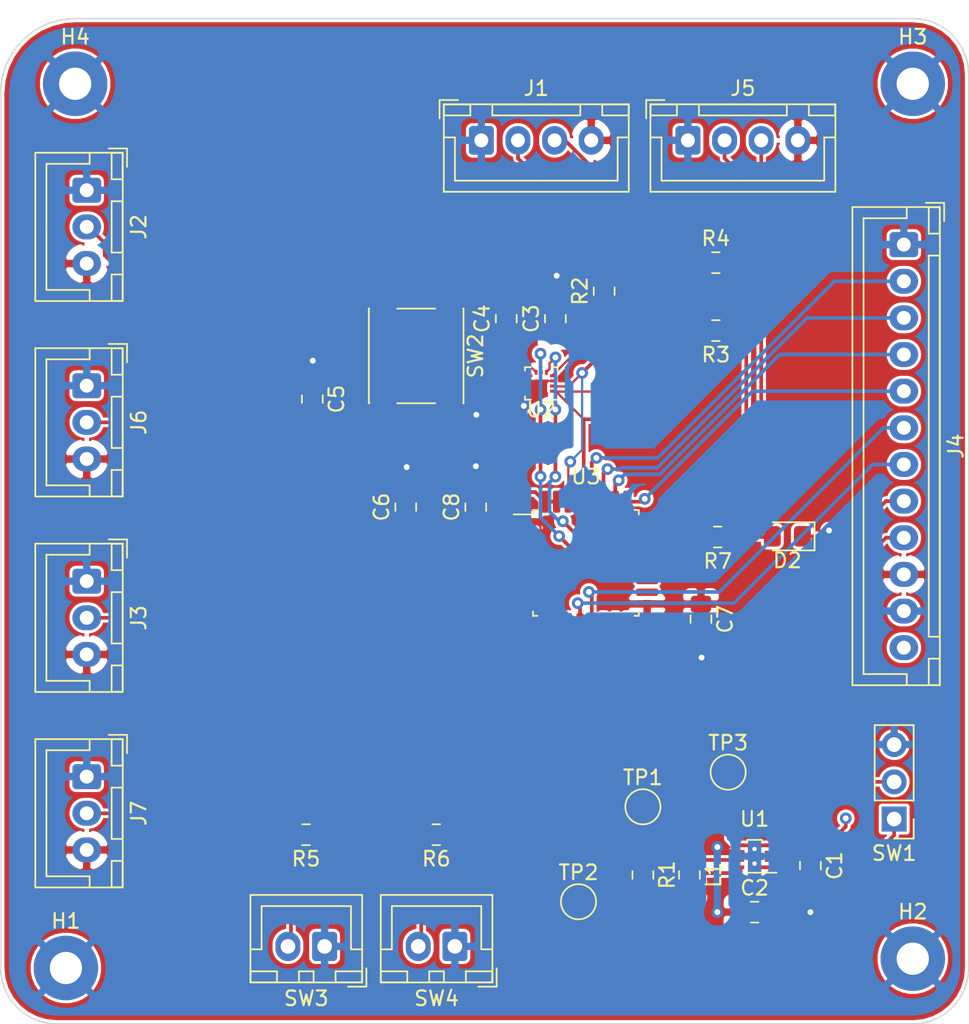
<source format=kicad_pcb>
(kicad_pcb (version 20171130) (host pcbnew "(5.1.5)-3")
  (layers (0 F.Cu signal) (31 B.Cu signal) (34 B.Paste user) (35 F.Paste user) (36 B.SilkS user) (37 F.SilkS user) (38 B.Mask user) (39 F.Mask user) (44 Edge.Cuts user))
  (net 0 "")
  (net 1 GND)
  (net 2 +12V)
  (net 3 VOS)
  (net 4 "Net-(C5-Pad2)")
  (net 5 "Net-(J1-Pad3)")
  (net 6 "Net-(J1-Pad2)")
  (net 7 STOP1)
  (net 8 STOP3)
  (net 9 SPI1_MOSI)
  (net 10 SPI1_MISO)
  (net 11 SPI1_SCK)
  (net 12 "Net-(J4-Pad5)")
  (net 13 NSS4)
  (net 14 NSS3)
  (net 15 NSS2)
  (net 16 NSS1)
  (net 17 SWCLK)
  (net 18 SWDIO)
  (net 19 STOP2)
  (net 20 STOP4)
  (net 21 "Net-(L1-Pad1)")
  (net 22 "Net-(R1-Pad1)")
  (net 23 "Net-(R2-Pad1)")
  (net 24 "Net-(SW1-Pad2)")
  (net 25 INT2)
  (net 26 INT1)
  (net 27 "Net-(U3-Pad2)")
  (net 28 "Net-(U3-Pad3)")
  (net 29 "Net-(U3-Pad18)")
  (net 30 "Net-(U3-Pad19)")
  (net 31 Extend)
  (net 32 Retract)
  (net 33 "Net-(D2-Pad2)")
  (net 34 LED)
  (module Package_SON:WSON-8-1EP_2x2mm_P0.5mm_EP0.9x1.6mm_ThermalVias (layer F.Cu) (at 216.535 102.87 180)
    (fp_text reference U1 (at 0 2.54 180) (layer F.SilkS))
    (fp_text value TPS62172DSG)
    (pad 3 smd rect (at -0.95 0.25 180) (size 0.5 0.25) (layers F.Cu F.Paste F.Mask) (net 24 "Net-(SW1-Pad2)"))
    (pad 7 smd rect (at 0.95 -0.25 180) (size 0.5 0.25) (layers F.Cu F.Paste F.Mask) (net 21 "Net-(L1-Pad1)"))
    (pad 8 smd rect (at 0.95 -0.75 180) (size 0.5 0.25) (layers F.Cu F.Paste F.Mask) (net 22 "Net-(R1-Pad1)"))
    (pad 9 thru_hole circle (at 0 -0.5 180) (size 0.6 0.6) (drill 0.3) (layers *.Cu) (net 1 GND))
    (pad 9 thru_hole circle (at 0 0.5 180) (size 0.6 0.6) (drill 0.3) (layers *.Cu) (net 1 GND))
    (pad 9 smd rect (at 0 0 180) (size 0.9 1.6) (layers F.Cu F.Mask) (net 1 GND))
    (pad 1 smd rect (at -0.95 -0.75 180) (size 0.5 0.25) (layers F.Cu F.Paste F.Mask) (net 1 GND))
    (pad 2 smd rect (at -0.95 -0.25 180) (size 0.5 0.25) (layers F.Cu F.Paste F.Mask) (net 2 +12V))
    (pad 4 smd rect (at -0.95 0.75 180) (size 0.5 0.25) (layers F.Cu F.Paste F.Mask) (net 1 GND))
    (pad 5 smd rect (at 0.95 0.75 180) (size 0.5 0.25) (layers F.Cu F.Paste F.Mask) (net 1 GND))
    (pad 6 smd rect (at 0.95 0.25 180) (size 0.5 0.25) (layers F.Cu F.Paste F.Mask) (net 3 VOS))
    (pad 9 smd rect (at 0 0 180) (size 0.9 1.6) (layers B.Cu) (net 1 GND))
  )
  (module betterLIS:LGA-14_2x2mm_P0.35mm_LayoutBorder3x4y (layer F.Cu) (at 201.9808 70.612 180)
    (fp_text reference U2 (at 0 -1.8) (layer F.SilkS))
    (fp_text value LIS2DHTR)
    (pad 1 smd trapezoid (at -0.7625 -0.525 180) (size 0.325 0.2) (layers F.Cu F.Paste F.Mask) (net 5 "Net-(J1-Pad3)") (clearance 0.1524))
    (pad 2 smd trapezoid (at -0.7625 -0.175 180) (size 0.325 0.2) (layers F.Cu F.Paste F.Mask) (net 6 "Net-(J1-Pad2)") (clearance 0.1524))
    (pad 3 smd trapezoid (at -0.7625 0.175 180) (size 0.325 0.2) (layers F.Cu F.Paste F.Mask) (net 1 GND) (clearance 0.1524))
    (pad 4 smd trapezoid (at -0.7625 0.525 180) (size 0.325 0.2) (layers F.Cu F.Paste F.Mask) (net 23 "Net-(R2-Pad1)") (clearance 0.1524))
    (pad 5 smd trapezoid (at -0.35 0.7625 180) (size 0.2 0.325) (layers F.Cu F.Paste F.Mask) (net 25 INT2) (clearance 0.1524))
    (pad 6 smd trapezoid (at 0 0.7625 180) (size 0.2 0.325) (layers F.Cu F.Paste F.Mask) (net 26 INT1) (clearance 0.1524))
    (pad 7 smd trapezoid (at 0.35 0.7625 180) (size 0.2 0.325) (layers F.Cu F.Paste F.Mask) (net 3 VOS) (clearance 0.1524))
    (pad 8 smd trapezoid (at 0.7625 0.525 180) (size 0.325 0.2) (layers F.Cu F.Paste F.Mask) (net 3 VOS) (clearance 0.1524))
    (pad 9 smd trapezoid (at 0.7625 0.175 180) (size 0.325 0.2) (layers F.Cu F.Paste F.Mask) (net 1 GND) (clearance 0.1524))
    (pad 10 smd trapezoid (at 0.7625 -0.175 180) (size 0.325 0.2) (layers F.Cu F.Paste F.Mask) (net 1 GND) (clearance 0.1524))
    (pad 11 smd trapezoid (at 0.7625 -0.525 180) (size 0.325 0.2) (layers F.Cu F.Paste F.Mask) (net 1 GND) (clearance 0.1524))
    (pad 12 smd trapezoid (at 0.35 -0.7625 180) (size 0.2 0.325) (layers F.Cu F.Paste F.Mask) (net 1 GND) (clearance 0.1524))
    (pad 13 smd trapezoid (at 0 -0.7625 180) (size 0.2 0.325) (layers F.Cu F.Paste F.Mask) (net 1 GND) (clearance 0.1524))
    (pad 14 smd trapezoid (at -0.35 -0.7625 180) (size 0.2 0.325) (layers F.Cu F.Paste F.Mask) (net 1 GND) (clearance 0.1524))
  )
  (module Resistor_SMD:R_0805_2012Metric_Pad1.15x1.40mm_HandSolder (layer F.Cu) (at 213.8934 67.0052 180)
    (fp_text reference R3 (at 0 -1.65) (layer F.SilkS))
    (fp_text value 10k)
    (pad 1 smd roundrect (at -1.025 0 180) (size 1.15 1.4) (layers F.Cu F.Paste F.Mask) (roundrect_rratio 0.217391) (net 3 VOS))
    (pad 2 smd roundrect (at 1.025 0 180) (size 1.15 1.4) (layers F.Cu F.Paste F.Mask) (roundrect_rratio 0.217391) (net 5 "Net-(J1-Pad3)"))
  )
  (module Connector_JST:JST_XH_B2B-XH-A_1x02_P2.50mm_Vertical (layer F.Cu) (at 196.088 109.0168 180)
    (fp_text reference SW4 (at 1.25 -3.55) (layer F.SilkS))
    (fp_text value SW_Push)
    (pad 2 thru_hole oval (at 2.5 0 180) (size 1.7 2) (drill 1) (layers *.Cu *.Mask) (net 32 Retract))
    (pad 1 thru_hole roundrect (at 0 0 180) (size 1.7 2) (drill 1) (layers *.Cu *.Mask) (roundrect_rratio 0.147059) (net 1 GND))
  )
  (module Connector_JST:JST_XH_B2B-XH-A_1x02_P2.50mm_Vertical (layer F.Cu) (at 187.198 109.0168 180)
    (fp_text reference SW3 (at 1.25 -3.55) (layer F.SilkS))
    (fp_text value SW_Push)
    (pad 2 thru_hole oval (at 2.5 0 180) (size 1.7 2) (drill 1) (layers *.Cu *.Mask) (net 31 Extend))
    (pad 1 thru_hole roundrect (at 0 0 180) (size 1.7 2) (drill 1) (layers *.Cu *.Mask) (roundrect_rratio 0.147059) (net 1 GND))
  )
  (module Resistor_SMD:R_0805_2012Metric_Pad1.15x1.40mm_HandSolder (layer F.Cu) (at 194.818 101.3968 180)
    (fp_text reference R6 (at 0 -1.65) (layer F.SilkS))
    (fp_text value 10k)
    (pad 2 smd roundrect (at 1.025 0 180) (size 1.15 1.4) (layers F.Cu F.Paste F.Mask) (roundrect_rratio 0.217391) (net 32 Retract))
    (pad 1 smd roundrect (at -1.025 0 180) (size 1.15 1.4) (layers F.Cu F.Paste F.Mask) (roundrect_rratio 0.217391) (net 3 VOS))
  )
  (module Resistor_SMD:R_0805_2012Metric_Pad1.15x1.40mm_HandSolder (layer F.Cu) (at 185.928 101.3968 180)
    (fp_text reference R5 (at 0 -1.65) (layer F.SilkS))
    (fp_text value 10k)
    (pad 2 smd roundrect (at 1.025 0 180) (size 1.15 1.4) (layers F.Cu F.Paste F.Mask) (roundrect_rratio 0.217391) (net 31 Extend))
    (pad 1 smd roundrect (at -1.025 0 180) (size 1.15 1.4) (layers F.Cu F.Paste F.Mask) (roundrect_rratio 0.217391) (net 3 VOS))
  )
  (module Capacitor_SMD:C_0805_2012Metric_Pad1.15x1.40mm_HandSolder (layer F.Cu) (at 220.345 103.505 270)
    (fp_text reference C1 (at 0 -1.65 90) (layer F.SilkS))
    (fp_text value 10µ)
    (pad 2 smd roundrect (at 1.025 0 270) (size 1.15 1.4) (layers F.Cu F.Paste F.Mask) (roundrect_rratio 0.217391) (net 1 GND))
    (pad 1 smd roundrect (at -1.025 0 270) (size 1.15 1.4) (layers F.Cu F.Paste F.Mask) (roundrect_rratio 0.217391) (net 2 +12V))
  )
  (module Capacitor_SMD:C_0805_2012Metric_Pad1.15x1.40mm_HandSolder (layer F.Cu) (at 216.535 106.68)
    (fp_text reference C2 (at 0 -1.65) (layer F.SilkS))
    (fp_text value 22µf)
    (pad 1 smd roundrect (at -1.025 0) (size 1.15 1.4) (layers F.Cu F.Paste F.Mask) (roundrect_rratio 0.217391) (net 3 VOS))
    (pad 2 smd roundrect (at 1.025 0) (size 1.15 1.4) (layers F.Cu F.Paste F.Mask) (roundrect_rratio 0.217391) (net 1 GND))
  )
  (module Capacitor_SMD:C_0805_2012Metric_Pad1.15x1.40mm_HandSolder (layer F.Cu) (at 202.946 66.1924 90)
    (fp_text reference C3 (at 0 -1.65 90) (layer F.SilkS))
    (fp_text value 10µ)
    (pad 2 smd roundrect (at 1.025 0 90) (size 1.15 1.4) (layers F.Cu F.Paste F.Mask) (roundrect_rratio 0.217391) (net 1 GND))
    (pad 1 smd roundrect (at -1.025 0 90) (size 1.15 1.4) (layers F.Cu F.Paste F.Mask) (roundrect_rratio 0.217391) (net 3 VOS))
  )
  (module Capacitor_SMD:C_0805_2012Metric_Pad1.15x1.40mm_HandSolder (layer F.Cu) (at 199.5932 66.1924 90)
    (fp_text reference C4 (at 0 -1.65 90) (layer F.SilkS))
    (fp_text value 100n)
    (pad 2 smd roundrect (at 1.025 0 90) (size 1.15 1.4) (layers F.Cu F.Paste F.Mask) (roundrect_rratio 0.217391) (net 1 GND))
    (pad 1 smd roundrect (at -1.025 0 90) (size 1.15 1.4) (layers F.Cu F.Paste F.Mask) (roundrect_rratio 0.217391) (net 3 VOS))
  )
  (module Capacitor_SMD:C_0805_2012Metric_Pad1.15x1.40mm_HandSolder (layer F.Cu) (at 186.3598 71.6788 270)
    (fp_text reference C5 (at 0 -1.65 90) (layer F.SilkS))
    (fp_text value 100nF)
    (pad 2 smd roundrect (at 1.025 0 270) (size 1.15 1.4) (layers F.Cu F.Paste F.Mask) (roundrect_rratio 0.217391) (net 4 "Net-(C5-Pad2)"))
    (pad 1 smd roundrect (at -1.025 0 270) (size 1.15 1.4) (layers F.Cu F.Paste F.Mask) (roundrect_rratio 0.217391) (net 1 GND))
  )
  (module Capacitor_SMD:C_0805_2012Metric_Pad1.15x1.40mm_HandSolder (layer F.Cu) (at 192.7352 79.0448 90)
    (fp_text reference C6 (at 0 -1.65 90) (layer F.SilkS))
    (fp_text value 4.7µ)
    (pad 1 smd roundrect (at -1.025 0 90) (size 1.15 1.4) (layers F.Cu F.Paste F.Mask) (roundrect_rratio 0.217391) (net 3 VOS))
    (pad 2 smd roundrect (at 1.025 0 90) (size 1.15 1.4) (layers F.Cu F.Paste F.Mask) (roundrect_rratio 0.217391) (net 1 GND))
  )
  (module Capacitor_SMD:C_0805_2012Metric_Pad1.15x1.40mm_HandSolder (layer F.Cu) (at 212.8774 86.6902 270)
    (fp_text reference C7 (at 0 -1.65 90) (layer F.SilkS))
    (fp_text value 100n)
    (pad 2 smd roundrect (at 1.025 0 270) (size 1.15 1.4) (layers F.Cu F.Paste F.Mask) (roundrect_rratio 0.217391) (net 1 GND))
    (pad 1 smd roundrect (at -1.025 0 270) (size 1.15 1.4) (layers F.Cu F.Paste F.Mask) (roundrect_rratio 0.217391) (net 3 VOS))
  )
  (module Capacitor_SMD:C_0805_2012Metric_Pad1.15x1.40mm_HandSolder (layer F.Cu) (at 197.5104 79.0448 90)
    (fp_text reference C8 (at 0 -1.65 90) (layer F.SilkS))
    (fp_text value 100n)
    (pad 1 smd roundrect (at -1.025 0 90) (size 1.15 1.4) (layers F.Cu F.Paste F.Mask) (roundrect_rratio 0.217391) (net 3 VOS))
    (pad 2 smd roundrect (at 1.025 0 90) (size 1.15 1.4) (layers F.Cu F.Paste F.Mask) (roundrect_rratio 0.217391) (net 1 GND))
  )
  (module Connector_JST:JST_XH_B4B-XH-A_1x04_P2.50mm_Vertical (layer F.Cu) (at 197.8914 54.0258)
    (fp_text reference J1 (at 3.75 -3.55) (layer F.SilkS))
    (fp_text value Conn_01x04_Male)
    (pad 4 thru_hole oval (at 7.5 0) (size 1.7 1.95) (drill 0.95) (layers *.Cu *.Mask) (net 3 VOS))
    (pad 3 thru_hole oval (at 5 0) (size 1.7 1.95) (drill 0.95) (layers *.Cu *.Mask) (net 5 "Net-(J1-Pad3)"))
    (pad 2 thru_hole oval (at 2.5 0) (size 1.7 1.95) (drill 0.95) (layers *.Cu *.Mask) (net 6 "Net-(J1-Pad2)"))
    (pad 1 thru_hole roundrect (at 0 0) (size 1.7 1.95) (drill 0.95) (layers *.Cu *.Mask) (roundrect_rratio 0.147059) (net 1 GND))
  )
  (module Connector_JST:JST_XH_B3B-XH-A_1x03_P2.50mm_Vertical (layer F.Cu) (at 170.9674 57.4294 270)
    (fp_text reference J2 (at 2.5 -3.55 90) (layer F.SilkS))
    (fp_text value Conn_01x03_Male)
    (pad 1 thru_hole roundrect (at 0 0 270) (size 1.7 1.95) (drill 0.95) (layers *.Cu *.Mask) (roundrect_rratio 0.147059) (net 1 GND))
    (pad 2 thru_hole oval (at 2.5 0 270) (size 1.7 1.95) (drill 0.95) (layers *.Cu *.Mask) (net 7 STOP1))
    (pad 3 thru_hole oval (at 5 0 270) (size 1.7 1.95) (drill 0.95) (layers *.Cu *.Mask) (net 3 VOS))
  )
  (module Connector_JST:JST_XH_B3B-XH-A_1x03_P2.50mm_Vertical (layer F.Cu) (at 170.9674 84.0994 270)
    (fp_text reference J3 (at 2.5 -3.55 90) (layer F.SilkS))
    (fp_text value Conn_01x03_Male)
    (pad 3 thru_hole oval (at 5 0 270) (size 1.7 1.95) (drill 0.95) (layers *.Cu *.Mask) (net 3 VOS))
    (pad 2 thru_hole oval (at 2.5 0 270) (size 1.7 1.95) (drill 0.95) (layers *.Cu *.Mask) (net 8 STOP3))
    (pad 1 thru_hole roundrect (at 0 0 270) (size 1.7 1.95) (drill 0.95) (layers *.Cu *.Mask) (roundrect_rratio 0.147059) (net 1 GND))
  )
  (module Connector_JST:JST_XH_B12B-XH-A_1x12_P2.50mm_Vertical (layer F.Cu) (at 226.7204 61.1378 270)
    (fp_text reference J4 (at 13.75 -3.55 90) (layer F.SilkS))
    (fp_text value Conn_01x12_Male)
    (pad 1 thru_hole roundrect (at 0 0 270) (size 1.7 1.95) (drill 0.95) (layers *.Cu *.Mask) (roundrect_rratio 0.147059) (net 1 GND))
    (pad 2 thru_hole oval (at 2.5 0 270) (size 1.7 1.95) (drill 0.95) (layers *.Cu *.Mask) (net 9 SPI1_MOSI))
    (pad 3 thru_hole oval (at 5 0 270) (size 1.7 1.95) (drill 0.95) (layers *.Cu *.Mask) (net 10 SPI1_MISO))
    (pad 4 thru_hole oval (at 7.5 0 270) (size 1.7 1.95) (drill 0.95) (layers *.Cu *.Mask) (net 11 SPI1_SCK))
    (pad 5 thru_hole oval (at 10 0 270) (size 1.7 1.95) (drill 0.95) (layers *.Cu *.Mask) (net 12 "Net-(J4-Pad5)"))
    (pad 6 thru_hole oval (at 12.5 0 270) (size 1.7 1.95) (drill 0.95) (layers *.Cu *.Mask) (net 13 NSS4))
    (pad 7 thru_hole oval (at 15 0 270) (size 1.7 1.95) (drill 0.95) (layers *.Cu *.Mask) (net 14 NSS3))
    (pad 8 thru_hole oval (at 17.5 0 270) (size 1.7 1.95) (drill 0.95) (layers *.Cu *.Mask) (net 15 NSS2))
    (pad 9 thru_hole oval (at 20 0 270) (size 1.7 1.95) (drill 0.95) (layers *.Cu *.Mask) (net 16 NSS1))
    (pad 10 thru_hole oval (at 22.5 0 270) (size 1.7 1.95) (drill 0.95) (layers *.Cu *.Mask) (net 3 VOS))
    (pad 11 thru_hole oval (at 25 0 270) (size 1.7 1.95) (drill 0.95) (layers *.Cu *.Mask) (net 1 GND))
    (pad 12 thru_hole oval (at 27.5 0 270) (size 1.7 1.95) (drill 0.95) (layers *.Cu *.Mask) (net 2 +12V))
  )
  (module Connector_JST:JST_XH_B4B-XH-A_1x04_P2.50mm_Vertical (layer F.Cu) (at 211.9884 54.0258)
    (fp_text reference J5 (at 3.75 -3.55) (layer F.SilkS))
    (fp_text value Conn_01x04_Male)
    (pad 1 thru_hole roundrect (at 0 0) (size 1.7 1.95) (drill 0.95) (layers *.Cu *.Mask) (roundrect_rratio 0.147059) (net 1 GND))
    (pad 2 thru_hole oval (at 2.5 0) (size 1.7 1.95) (drill 0.95) (layers *.Cu *.Mask) (net 17 SWCLK))
    (pad 3 thru_hole oval (at 5 0) (size 1.7 1.95) (drill 0.95) (layers *.Cu *.Mask) (net 18 SWDIO))
    (pad 4 thru_hole oval (at 7.5 0) (size 1.7 1.95) (drill 0.95) (layers *.Cu *.Mask) (net 3 VOS))
  )
  (module Connector_JST:JST_XH_B3B-XH-A_1x03_P2.50mm_Vertical (layer F.Cu) (at 170.9674 70.7644 270)
    (fp_text reference J6 (at 2.5 -3.55 90) (layer F.SilkS))
    (fp_text value Conn_01x03_Male)
    (pad 1 thru_hole roundrect (at 0 0 270) (size 1.7 1.95) (drill 0.95) (layers *.Cu *.Mask) (roundrect_rratio 0.147059) (net 1 GND))
    (pad 2 thru_hole oval (at 2.5 0 270) (size 1.7 1.95) (drill 0.95) (layers *.Cu *.Mask) (net 19 STOP2))
    (pad 3 thru_hole oval (at 5 0 270) (size 1.7 1.95) (drill 0.95) (layers *.Cu *.Mask) (net 3 VOS))
  )
  (module Connector_JST:JST_XH_B3B-XH-A_1x03_P2.50mm_Vertical (layer F.Cu) (at 170.9674 97.4344 270)
    (fp_text reference J7 (at 2.5 -3.55 90) (layer F.SilkS))
    (fp_text value Conn_01x03_Male)
    (pad 3 thru_hole oval (at 5 0 270) (size 1.7 1.95) (drill 0.95) (layers *.Cu *.Mask) (net 3 VOS))
    (pad 2 thru_hole oval (at 2.5 0 270) (size 1.7 1.95) (drill 0.95) (layers *.Cu *.Mask) (net 20 STOP4))
    (pad 1 thru_hole roundrect (at 0 0 270) (size 1.7 1.95) (drill 0.95) (layers *.Cu *.Mask) (roundrect_rratio 0.147059) (net 1 GND))
  )
  (module Inductor_SMD:L_0805_2012Metric_Pad1.15x1.40mm_HandSolder (layer F.Cu) (at 212.09 104.14 270)
    (fp_text reference L1 (at 0 -1.65 90) (layer F.SilkS))
    (fp_text value 2.2µH)
    (pad 1 smd roundrect (at -1.025 0 270) (size 1.15 1.4) (layers F.Cu F.Paste F.Mask) (roundrect_rratio 0.217391) (net 21 "Net-(L1-Pad1)"))
    (pad 2 smd roundrect (at 1.025 0 270) (size 1.15 1.4) (layers F.Cu F.Paste F.Mask) (roundrect_rratio 0.217391) (net 3 VOS))
  )
  (module Resistor_SMD:R_0805_2012Metric_Pad1.15x1.40mm_HandSolder (layer F.Cu) (at 208.915 104.14 270)
    (fp_text reference R1 (at 0 -1.65 90) (layer F.SilkS))
    (fp_text value 100k)
    (pad 2 smd roundrect (at 1.025 0 270) (size 1.15 1.4) (layers F.Cu F.Paste F.Mask) (roundrect_rratio 0.217391) (net 3 VOS))
    (pad 1 smd roundrect (at -1.025 0 270) (size 1.15 1.4) (layers F.Cu F.Paste F.Mask) (roundrect_rratio 0.217391) (net 22 "Net-(R1-Pad1)"))
  )
  (module Resistor_SMD:R_0805_2012Metric_Pad1.15x1.40mm_HandSolder (layer F.Cu) (at 206.2734 64.3128 90)
    (fp_text reference R2 (at 0 -1.65 90) (layer F.SilkS))
    (fp_text value 10k)
    (pad 2 smd roundrect (at 1.025 0 90) (size 1.15 1.4) (layers F.Cu F.Paste F.Mask) (roundrect_rratio 0.217391) (net 3 VOS))
    (pad 1 smd roundrect (at -1.025 0 90) (size 1.15 1.4) (layers F.Cu F.Paste F.Mask) (roundrect_rratio 0.217391) (net 23 "Net-(R2-Pad1)"))
  )
  (module Resistor_SMD:R_0805_2012Metric_Pad1.15x1.40mm_HandSolder (layer F.Cu) (at 213.889601 62.372001)
    (fp_text reference R4 (at 0 -1.65) (layer F.SilkS))
    (fp_text value 10k)
    (pad 1 smd roundrect (at -1.025 0) (size 1.15 1.4) (layers F.Cu F.Paste F.Mask) (roundrect_rratio 0.217391) (net 6 "Net-(J1-Pad2)"))
    (pad 2 smd roundrect (at 1.025 0) (size 1.15 1.4) (layers F.Cu F.Paste F.Mask) (roundrect_rratio 0.217391) (net 3 VOS))
  )
  (module Connector_PinHeader_2.54mm:PinHeader_1x03_P2.54mm_Vertical (layer F.Cu) (at 226.06 100.33 180)
    (fp_text reference SW1 (at 0 -2.33) (layer F.SilkS))
    (fp_text value SW_SPDT)
    (pad 1 thru_hole rect (at 0 0 180) (size 1.7 1.7) (drill 1) (layers *.Cu *.Mask) (net 2 +12V))
    (pad 2 thru_hole oval (at 0 2.54 180) (size 1.7 1.7) (drill 1) (layers *.Cu *.Mask) (net 24 "Net-(SW1-Pad2)"))
    (pad 3 thru_hole oval (at 0 5.08 180) (size 1.7 1.7) (drill 1) (layers *.Cu *.Mask) (net 1 GND))
  )
  (module Button_Switch_SMD:SW_SPST_PTS645 (layer F.Cu) (at 193.4464 68.7324 270)
    (fp_text reference SW2 (at 0 -4.05 90) (layer F.SilkS))
    (fp_text value SW_Push)
    (pad 2 smd rect (at -3.98 2.25 270) (size 1.55 1.3) (layers F.Cu F.Paste F.Mask) (net 4 "Net-(C5-Pad2)"))
    (pad 1 smd rect (at -3.98 -2.25 270) (size 1.55 1.3) (layers F.Cu F.Paste F.Mask) (net 1 GND))
    (pad 1 smd rect (at 3.98 -2.25 270) (size 1.55 1.3) (layers F.Cu F.Paste F.Mask) (net 1 GND))
    (pad 2 smd rect (at 3.98 2.25 270) (size 1.55 1.3) (layers F.Cu F.Paste F.Mask) (net 4 "Net-(C5-Pad2)"))
  )
  (module TestPoint:TestPoint_Pad_D2.0mm (layer F.Cu) (at 208.915 99.4918)
    (fp_text reference TP1 (at 0 -1.998) (layer F.SilkS))
    (fp_text value TestPoint)
    (pad 1 smd circle (at 0 0) (size 2 2) (layers F.Cu F.Mask) (net 22 "Net-(R1-Pad1)"))
  )
  (module TestPoint:TestPoint_Pad_D2.0mm (layer F.Cu) (at 204.5208 105.9688)
    (fp_text reference TP2 (at 0 -1.998) (layer F.SilkS))
    (fp_text value TestPoint)
    (pad 1 smd circle (at 0 0) (size 2 2) (layers F.Cu F.Mask) (net 3 VOS))
  )
  (module TestPoint:TestPoint_Pad_D2.0mm (layer F.Cu) (at 214.7316 97.1296)
    (fp_text reference TP3 (at 0 -1.998) (layer F.SilkS))
    (fp_text value TestPoint)
    (pad 1 smd circle (at 0 0) (size 2 2) (layers F.Cu F.Mask) (net 1 GND))
  )
  (module Package_QFP:LQFP-32_7x7mm_P0.8mm (layer F.Cu) (at 205.0288 82.8548)
    (fp_text reference U3 (at 0 -5.88) (layer F.SilkS))
    (fp_text value STM32F030K6Tx)
    (pad 1 smd roundrect (at -4.175 -2.8) (size 1.5 0.5) (layers F.Cu F.Paste F.Mask) (net 3 VOS))
    (pad 2 smd roundrect (at -4.175 -2) (size 1.5 0.5) (layers F.Cu F.Paste F.Mask) (net 27 "Net-(U3-Pad2)"))
    (pad 3 smd roundrect (at -4.175 -1.2) (size 1.5 0.5) (layers F.Cu F.Paste F.Mask) (net 28 "Net-(U3-Pad3)"))
    (pad 4 smd roundrect (at -4.175 -0.4) (size 1.5 0.5) (layers F.Cu F.Paste F.Mask) (net 4 "Net-(C5-Pad2)"))
    (pad 5 smd roundrect (at -4.175 0.4) (size 1.5 0.5) (layers F.Cu F.Paste F.Mask) (net 3 VOS))
    (pad 6 smd roundrect (at -4.175 1.2) (size 1.5 0.5) (layers F.Cu F.Paste F.Mask) (net 7 STOP1))
    (pad 7 smd roundrect (at -4.175 2) (size 1.5 0.5) (layers F.Cu F.Paste F.Mask) (net 19 STOP2))
    (pad 8 smd roundrect (at -4.175 2.8) (size 1.5 0.5) (layers F.Cu F.Paste F.Mask) (net 8 STOP3))
    (pad 9 smd roundrect (at -2.8 4.175) (size 0.5 1.5) (layers F.Cu F.Paste F.Mask) (net 20 STOP4))
    (pad 10 smd roundrect (at -2 4.175) (size 0.5 1.5) (layers F.Cu F.Paste F.Mask) (net 31 Extend))
    (pad 11 smd roundrect (at -1.2 4.175) (size 0.5 1.5) (layers F.Cu F.Paste F.Mask) (net 32 Retract))
    (pad 12 smd roundrect (at -0.4 4.175) (size 0.5 1.5) (layers F.Cu F.Paste F.Mask) (net 14 NSS3))
    (pad 13 smd roundrect (at 0.4 4.175) (size 0.5 1.5) (layers F.Cu F.Paste F.Mask) (net 13 NSS4))
    (pad 14 smd roundrect (at 1.2 4.175) (size 0.5 1.5) (layers F.Cu F.Paste F.Mask) (net 16 NSS1))
    (pad 15 smd roundrect (at 2 4.175) (size 0.5 1.5) (layers F.Cu F.Paste F.Mask) (net 15 NSS2))
    (pad 16 smd roundrect (at 2.8 4.175) (size 0.5 1.5) (layers F.Cu F.Paste F.Mask) (net 1 GND))
    (pad 17 smd roundrect (at 4.175 2.8) (size 1.5 0.5) (layers F.Cu F.Paste F.Mask) (net 3 VOS))
    (pad 18 smd roundrect (at 4.175 2) (size 1.5 0.5) (layers F.Cu F.Paste F.Mask) (net 29 "Net-(U3-Pad18)"))
    (pad 19 smd roundrect (at 4.175 1.2) (size 1.5 0.5) (layers F.Cu F.Paste F.Mask) (net 30 "Net-(U3-Pad19)"))
    (pad 20 smd roundrect (at 4.175 0.4) (size 1.5 0.5) (layers F.Cu F.Paste F.Mask) (net 34 LED))
    (pad 21 smd roundrect (at 4.175 -0.4) (size 1.5 0.5) (layers F.Cu F.Paste F.Mask) (net 26 INT1))
    (pad 22 smd roundrect (at 4.175 -1.2) (size 1.5 0.5) (layers F.Cu F.Paste F.Mask) (net 25 INT2))
    (pad 23 smd roundrect (at 4.175 -2) (size 1.5 0.5) (layers F.Cu F.Paste F.Mask) (net 18 SWDIO))
    (pad 24 smd roundrect (at 4.175 -2.8) (size 1.5 0.5) (layers F.Cu F.Paste F.Mask) (net 17 SWCLK))
    (pad 25 smd roundrect (at 2.8 -4.175) (size 0.5 1.5) (layers F.Cu F.Paste F.Mask) (net 12 "Net-(J4-Pad5)"))
    (pad 26 smd roundrect (at 2 -4.175) (size 0.5 1.5) (layers F.Cu F.Paste F.Mask) (net 11 SPI1_SCK))
    (pad 27 smd roundrect (at 1.2 -4.175) (size 0.5 1.5) (layers F.Cu F.Paste F.Mask) (net 10 SPI1_MISO))
    (pad 28 smd roundrect (at 0.4 -4.175) (size 0.5 1.5) (layers F.Cu F.Paste F.Mask) (net 9 SPI1_MOSI))
    (pad 29 smd roundrect (at -0.4 -4.175) (size 0.5 1.5) (layers F.Cu F.Paste F.Mask) (net 5 "Net-(J1-Pad3)"))
    (pad 30 smd roundrect (at -1.2 -4.175) (size 0.5 1.5) (layers F.Cu F.Paste F.Mask) (net 6 "Net-(J1-Pad2)"))
    (pad 31 smd roundrect (at -2 -4.175) (size 0.5 1.5) (layers F.Cu F.Paste F.Mask) (net 1 GND))
    (pad 32 smd roundrect (at -2.8 -4.175) (size 0.5 1.5) (layers F.Cu F.Paste F.Mask) (net 1 GND))
  )
  (module LED_SMD:LED_0805_2012Metric_Pad1.15x1.40mm_HandSolder (layer F.Cu) (at 218.769999 81.039999 180)
    (fp_text reference D2 (at 0 -1.65) (layer F.SilkS))
    (fp_text value LED)
    (pad 1 smd roundrect (at -1.025 0 180) (size 1.15 1.4) (layers F.Cu F.Paste F.Mask) (roundrect_rratio 0.217391) (net 1 GND))
    (pad 2 smd roundrect (at 1.025 0 180) (size 1.15 1.4) (layers F.Cu F.Paste F.Mask) (roundrect_rratio 0.217391) (net 33 "Net-(D2-Pad2)"))
  )
  (module MountingHole:MountingHole_2.2mm_M2_Pad (layer F.Cu) (at 169.545 110.49)
    (fp_text reference H1 (at 0 -3.2) (layer F.SilkS))
    (fp_text value MountingHole_Pad)
    (pad 1 thru_hole circle (at 0 0) (size 4.4 4.4) (drill 2.2) (layers *.Cu *.Mask) (net 1 GND))
  )
  (module MountingHole:MountingHole_2.2mm_M2_Pad (layer F.Cu) (at 227.33 109.855)
    (fp_text reference H2 (at 0 -3.2) (layer F.SilkS))
    (fp_text value MountingHole_Pad)
    (pad 1 thru_hole circle (at 0 0) (size 4.4 4.4) (drill 2.2) (layers *.Cu *.Mask) (net 1 GND))
  )
  (module MountingHole:MountingHole_2.2mm_M2_Pad (layer F.Cu) (at 227.33 50.165)
    (fp_text reference H3 (at 0 -3.2) (layer F.SilkS))
    (fp_text value MountingHole_Pad)
    (pad 1 thru_hole circle (at 0 0) (size 4.4 4.4) (drill 2.2) (layers *.Cu *.Mask) (net 1 GND))
  )
  (module MountingHole:MountingHole_2.2mm_M2_Pad (layer F.Cu) (at 170.18 50.165)
    (fp_text reference H4 (at 0 -3.2) (layer F.SilkS))
    (fp_text value MountingHole_Pad)
    (pad 1 thru_hole circle (at 0 0) (size 4.4 4.4) (drill 2.2) (layers *.Cu *.Mask) (net 1 GND))
  )
  (module Resistor_SMD:R_0805_2012Metric_Pad1.15x1.40mm_HandSolder (layer F.Cu) (at 214.024999 81.084999 180)
    (fp_text reference R7 (at 0 -1.65) (layer F.SilkS))
    (fp_text value R_Small)
    (pad 1 smd roundrect (at -1.025 0 180) (size 1.15 1.4) (layers F.Cu F.Paste F.Mask) (roundrect_rratio 0.217391) (net 33 "Net-(D2-Pad2)"))
    (pad 2 smd roundrect (at 1.025 0 180) (size 1.15 1.4) (layers F.Cu F.Paste F.Mask) (roundrect_rratio 0.217391) (net 34 LED))
  )
  (gr_line (start 165.1 50.8) (end 165.1 110.49) (layer Edge.Cuts) (width 0.1))
  (gr_line (start 231.14 110.49) (end 231.14 49.53) (layer Edge.Cuts) (width 0.1))
  (gr_arc (start 227.33 110.49) (end 227.33 114.3) (angle -90) (layer Edge.Cuts) (width 0.1))
  (gr_arc (start 168.91 110.49) (end 165.1 110.49) (angle -90) (layer Edge.Cuts) (width 0.1))
  (gr_arc (start 227.33 49.53) (end 231.14 49.53) (angle -90) (layer Edge.Cuts) (width 0.1))
  (gr_arc (start 170.18 50.8) (end 170.18 45.72) (angle -90) (layer Edge.Cuts) (width 0.1))
  (gr_line (start 227.33 45.72) (end 170.18 45.72) (layer Edge.Cuts) (width 0.1))
  (gr_line (start 168.91 114.3) (end 227.33 114.3) (layer Edge.Cuts) (width 0.1))
  (segment (start 216.535 102.794264) (end 216.535 102.37) (width 0.25) (layer F.Cu) (net 1))
  (segment (start 216.535 103.17) (end 216.535 102.794264) (width 0.25) (layer F.Cu) (net 1))
  (segment (start 216.985 103.62) (end 216.535 103.17) (width 0.25) (layer F.Cu) (net 1))
  (segment (start 217.485 103.62) (end 216.985 103.62) (width 0.25) (layer F.Cu) (net 1))
  (segment (start 216.985 102.12) (end 216.535 102.57) (width 0.25) (layer F.Cu) (net 1))
  (segment (start 217.485 102.12) (end 216.985 102.12) (width 0.25) (layer F.Cu) (net 1))
  (segment (start 216.535 102.57) (end 216.535 102.87) (width 0.25) (layer F.Cu) (net 1))
  (segment (start 216.085 102.12) (end 216.535 102.57) (width 0.25) (layer F.Cu) (net 1))
  (segment (start 215.585 102.12) (end 216.085 102.12) (width 0.25) (layer F.Cu) (net 1))
  (segment (start 216.535 103.37) (end 216.535 103.794264) (width 0.9) (layer F.Cu) (net 1))
  (segment (start 216.535 103.794264) (end 216.535 104.53624) (width 0.9) (layer F.Cu) (net 1))
  (segment (start 217.485 103.62) (end 217.59996 103.62) (width 0.25) (layer F.Cu) (net 1))
  (segment (start 217.485 102.12) (end 217.61266 102.12) (width 0.25) (layer F.Cu) (net 1))
  (segment (start 214.7316 101.6696) (end 215.182 102.12) (width 0.153) (layer F.Cu) (net 1))
  (segment (start 215.182 102.12) (end 215.585 102.12) (width 0.153) (layer F.Cu) (net 1))
  (segment (start 214.7316 97.1296) (end 214.7316 101.6696) (width 0.153) (layer F.Cu) (net 1))
  (segment (start 216.535 102.37) (end 216.535 100.905) (width 0.9) (layer B.Cu) (net 1))
  (segment (start 216.535 103.794264) (end 216.53 103.799264) (width 0.153) (layer B.Cu) (net 1))
  (segment (start 216.535 103.37) (end 216.535 103.794264) (width 0.9) (layer B.Cu) (net 1))
  (segment (start 216.53 103.799264) (end 216.53 104.88) (width 0.9) (layer B.Cu) (net 1))
  (via (at 212.92 89.31) (size 0.8) (drill 0.4) (layers F.Cu B.Cu) (net 1))
  (via (at 186.39 69.06) (size 0.8) (drill 0.4) (layers F.Cu B.Cu) (net 1))
  (segment (start 186.3598 69.0902) (end 186.39 69.06) (width 0.153) (layer F.Cu) (net 1))
  (segment (start 186.3598 70.6538) (end 186.3598 69.0902) (width 0.153) (layer F.Cu) (net 1))
  (via (at 192.8 76.32) (size 0.8) (drill 0.4) (layers F.Cu B.Cu) (net 1))
  (via (at 197.52 76.26) (size 0.8) (drill 0.4) (layers F.Cu B.Cu) (net 1))
  (via (at 197.55 72.75) (size 0.8) (drill 0.4) (layers F.Cu B.Cu) (net 1))
  (segment (start 192.7352 76.3848) (end 192.8 76.32) (width 0.153) (layer F.Cu) (net 1))
  (segment (start 192.7352 78.0198) (end 192.7352 76.3848) (width 0.153) (layer F.Cu) (net 1))
  (segment (start 197.5104 76.2696) (end 197.52 76.26) (width 0.153) (layer F.Cu) (net 1))
  (segment (start 197.5104 78.0198) (end 197.5104 76.2696) (width 0.153) (layer F.Cu) (net 1))
  (segment (start 197.5124 72.7124) (end 197.55 72.75) (width 0.153) (layer F.Cu) (net 1))
  (segment (start 195.6964 72.7124) (end 197.5124 72.7124) (width 0.153) (layer F.Cu) (net 1))
  (via (at 200.79 72.14) (size 0.8) (drill 0.4) (layers F.Cu B.Cu) (net 1))
  (segment (start 202.3308 71.3745) (end 201.9808 71.3745) (width 0.153) (layer F.Cu) (net 1))
  (segment (start 201.9808 71.3745) (end 201.6308 71.3745) (width 0.153) (layer F.Cu) (net 1))
  (segment (start 201.2183 71.7117) (end 200.79 72.14) (width 0.153) (layer F.Cu) (net 1))
  (segment (start 201.2183 71.137) (end 201.2183 71.7117) (width 0.153) (layer F.Cu) (net 1))
  (segment (start 201.5555 71.3745) (end 200.79 72.14) (width 0.153) (layer F.Cu) (net 1))
  (segment (start 201.6308 71.3745) (end 201.5555 71.3745) (width 0.153) (layer F.Cu) (net 1))
  (segment (start 201.2183 70.787) (end 201.2183 71.137) (width 0.153) (layer F.Cu) (net 1))
  (segment (start 201.2183 70.687) (end 201.2183 70.46351) (width 0.153) (layer F.Cu) (net 1))
  (segment (start 201.2183 70.787) (end 201.2183 70.687) (width 0.153) (layer F.Cu) (net 1))
  (segment (start 203.0288 78.6798) (end 202.2288 78.6798) (width 0.25) (layer F.Cu) (net 1))
  (segment (start 201.5688 78.0198) (end 202.2288 78.6798) (width 0.25) (layer F.Cu) (net 1))
  (segment (start 197.5104 78.0198) (end 201.5688 78.0198) (width 0.25) (layer F.Cu) (net 1))
  (segment (start 208.5142 87.7152) (end 207.8288 87.0298) (width 0.25) (layer F.Cu) (net 1))
  (segment (start 212.8774 87.7152) (end 208.5142 87.7152) (width 0.25) (layer F.Cu) (net 1))
  (segment (start 212.8774 89.2674) (end 212.92 89.31) (width 0.25) (layer F.Cu) (net 1))
  (segment (start 212.8774 87.7152) (end 212.8774 89.2674) (width 0.25) (layer F.Cu) (net 1))
  (via (at 203.03 63.26) (size 0.8) (drill 0.4) (layers F.Cu B.Cu) (net 1))
  (segment (start 199.1782 64.7524) (end 199.5932 65.1674) (width 0.25) (layer F.Cu) (net 1))
  (segment (start 195.6964 64.7524) (end 199.1782 64.7524) (width 0.25) (layer F.Cu) (net 1))
  (segment (start 200.2932 65.1674) (end 202.946 65.1674) (width 0.25) (layer F.Cu) (net 1))
  (segment (start 199.5932 65.1674) (end 200.2932 65.1674) (width 0.25) (layer F.Cu) (net 1))
  (segment (start 203.03 65.0834) (end 202.946 65.1674) (width 0.25) (layer F.Cu) (net 1))
  (segment (start 203.03 63.26) (end 203.03 65.0834) (width 0.25) (layer F.Cu) (net 1))
  (via (at 221.615 80.645) (size 0.8) (drill 0.4) (layers F.Cu B.Cu) (net 1))
  (segment (start 219.794999 81.039999) (end 221.220001 81.039999) (width 0.25) (layer F.Cu) (net 1))
  (segment (start 221.220001 81.039999) (end 221.615 80.645) (width 0.25) (layer F.Cu) (net 1))
  (via (at 220.345 106.68) (size 0.8) (drill 0.4) (layers F.Cu B.Cu) (net 1))
  (segment (start 217.985 103.12) (end 217.485 103.12) (width 0.25) (layer F.Cu) (net 2))
  (segment (start 219.005 103.12) (end 217.985 103.12) (width 0.25) (layer F.Cu) (net 2))
  (segment (start 219.645 102.48) (end 219.005 103.12) (width 0.25) (layer F.Cu) (net 2))
  (segment (start 220.345 102.48) (end 219.645 102.48) (width 0.25) (layer F.Cu) (net 2))
  (segment (start 226.06 101.43) (end 226.06 100.33) (width 0.25) (layer F.Cu) (net 2))
  (segment (start 225.01 102.48) (end 226.06 101.43) (width 0.25) (layer F.Cu) (net 2))
  (segment (start 220.345 102.48) (end 225.01 102.48) (width 0.25) (layer F.Cu) (net 2))
  (via (at 222.758 100.2792) (size 0.8) (drill 0.4) (layers F.Cu B.Cu) (net 2))
  (segment (start 221.045 102.48) (end 220.345 102.48) (width 0.25) (layer F.Cu) (net 2))
  (segment (start 221.122885 102.48) (end 221.045 102.48) (width 0.25) (layer F.Cu) (net 2))
  (segment (start 222.758 100.844885) (end 221.122885 102.48) (width 0.25) (layer F.Cu) (net 2))
  (segment (start 222.758 100.2792) (end 222.758 100.844885) (width 0.25) (layer F.Cu) (net 2))
  (via (at 213.995 106.68) (size 0.8) (drill 0.4) (layers F.Cu B.Cu) (net 3))
  (segment (start 213.995 102.235) (end 214.38 102.62) (width 0.25) (layer F.Cu) (net 3))
  (segment (start 214.38 102.62) (end 215.585 102.62) (width 0.25) (layer F.Cu) (net 3))
  (via (at 213.995 102.235) (size 0.8) (drill 0.4) (layers F.Cu B.Cu) (net 3))
  (segment (start 205.3246 105.165) (end 204.5208 105.9688) (width 0.25) (layer F.Cu) (net 3))
  (segment (start 208.915 105.165) (end 205.3246 105.165) (width 0.25) (layer F.Cu) (net 3))
  (segment (start 197.5254 80.0548) (end 197.5104 80.0698) (width 0.25) (layer F.Cu) (net 3))
  (segment (start 201.60329 69.82199) (end 201.60329 69.8495) (width 0.155) (layer F.Cu) (net 3))
  (segment (start 193.4352 80.0698) (end 192.7352 80.0698) (width 0.155) (layer F.Cu) (net 3))
  (segment (start 209.2142 85.6652) (end 209.2038 85.6548) (width 0.153) (layer F.Cu) (net 3))
  (segment (start 201.6038 80.0548) (end 200.8538 80.0548) (width 0.153) (layer F.Cu) (net 3))
  (segment (start 201.93 80.381) (end 201.6038 80.0548) (width 0.153) (layer F.Cu) (net 3))
  (segment (start 201.93 82.9436) (end 201.93 80.381) (width 0.153) (layer F.Cu) (net 3))
  (segment (start 201.6188 83.2548) (end 201.93 82.9436) (width 0.153) (layer F.Cu) (net 3))
  (segment (start 200.8538 83.2548) (end 201.6188 83.2548) (width 0.153) (layer F.Cu) (net 3))
  (segment (start 199.5932 67.2174) (end 200.2932 67.2174) (width 0.153) (layer F.Cu) (net 3))
  (segment (start 200.2932 67.2174) (end 201.2183 68.1425) (width 0.153) (layer F.Cu) (net 3))
  (segment (start 212.867 85.6548) (end 212.8774 85.6652) (width 0.25) (layer F.Cu) (net 3))
  (segment (start 209.2038 85.6548) (end 212.867 85.6548) (width 0.25) (layer F.Cu) (net 3))
  (segment (start 201.2183 69.437) (end 201.60459 69.82329) (width 0.1524) (layer F.Cu) (net 3))
  (segment (start 201.2183 68.6303) (end 201.2183 69.437) (width 0.1524) (layer F.Cu) (net 3))
  (segment (start 201.2183 68.6303) (end 201.2183 70.06049) (width 0.153) (layer F.Cu) (net 3))
  (segment (start 201.60459 69.82329) (end 201.60459 69.8495) (width 0.1524) (layer F.Cu) (net 3))
  (segment (start 201.2183 68.1425) (end 201.2183 68.6303) (width 0.153) (layer F.Cu) (net 3))
  (segment (start 213.995 102.235) (end 213.995 106.68) (width 0.5) (layer B.Cu) (net 3))
  (segment (start 186.3684 72.7124) (end 186.3598 72.7038) (width 0.25) (layer F.Cu) (net 4))
  (segment (start 191.1964 72.7124) (end 186.3684 72.7124) (width 0.25) (layer F.Cu) (net 4))
  (segment (start 193.53201 82.4548) (end 200.1038 82.4548) (width 0.25) (layer F.Cu) (net 4))
  (segment (start 191.1964 80.11919) (end 193.53201 82.4548) (width 0.25) (layer F.Cu) (net 4))
  (segment (start 200.1038 82.4548) (end 200.8538 82.4548) (width 0.25) (layer F.Cu) (net 4))
  (segment (start 191.1964 72.7124) (end 191.1964 80.11919) (width 0.25) (layer F.Cu) (net 4))
  (segment (start 191.1964 65.7774) (end 191.1964 72.7124) (width 0.25) (layer F.Cu) (net 4))
  (segment (start 191.1964 64.7524) (end 191.1964 65.7774) (width 0.25) (layer F.Cu) (net 4))
  (segment (start 209.40909 71.16451) (end 202.7433 71.16451) (width 0.155) (layer F.Cu) (net 5))
  (segment (start 212.8684 67.7052) (end 209.40909 71.16451) (width 0.155) (layer F.Cu) (net 5))
  (segment (start 202.98951 71.16351) (end 202.7433 71.16351) (width 0.153) (layer F.Cu) (net 5))
  (segment (start 204.8788 73.0528) (end 202.98951 71.16351) (width 0.153) (layer F.Cu) (net 5))
  (segment (start 213.764611 66.683989) (end 213.4434 67.0052) (width 0.25) (layer F.Cu) (net 5))
  (segment (start 213.764611 61.683821) (end 213.764611 66.683989) (width 0.25) (layer F.Cu) (net 5))
  (segment (start 213.427781 61.346991) (end 213.764611 61.683821) (width 0.25) (layer F.Cu) (net 5))
  (segment (start 210.925876 61.346991) (end 213.427781 61.346991) (width 0.25) (layer F.Cu) (net 5))
  (segment (start 202.8914 53.312515) (end 210.925876 61.346991) (width 0.25) (layer F.Cu) (net 5))
  (segment (start 213.4434 67.0052) (end 212.8684 67.0052) (width 0.25) (layer F.Cu) (net 5))
  (segment (start 202.8914 54.0258) (end 202.8914 53.312515) (width 0.25) (layer F.Cu) (net 5))
  (segment (start 207.5208 73.0528) (end 204.8788 73.0528) (width 0.25) (layer F.Cu) (net 5))
  (segment (start 212.8684 67.7052) (end 207.5208 73.0528) (width 0.25) (layer F.Cu) (net 5))
  (segment (start 212.8684 67.0052) (end 212.8684 67.7052) (width 0.25) (layer F.Cu) (net 5))
  (segment (start 204.8788 77.6798) (end 204.8788 73.0528) (width 0.25) (layer F.Cu) (net 5))
  (segment (start 204.6288 77.9298) (end 204.8788 77.6798) (width 0.25) (layer F.Cu) (net 5))
  (segment (start 204.6288 78.6798) (end 204.6288 77.9298) (width 0.25) (layer F.Cu) (net 5))
  (segment (start 203.851102 70.8105) (end 203.041056 70.8105) (width 0.153) (layer F.Cu) (net 6))
  (segment (start 200.3914 54.0258) (end 200.3914 54.1508) (width 0.153) (layer F.Cu) (net 6))
  (segment (start 204.767801 69.893801) (end 203.851102 70.8105) (width 0.153) (layer F.Cu) (net 6))
  (via (at 204.767801 69.893801) (size 0.8) (drill 0.4) (layers F.Cu B.Cu) (net 6))
  (segment (start 204.767801 69.893801) (end 204.767801 75.140199) (width 0.153) (layer B.Cu) (net 6))
  (segment (start 204.767801 75.140199) (end 203.962 75.946) (width 0.153) (layer B.Cu) (net 6))
  (via (at 203.962 75.946) (size 0.8) (drill 0.4) (layers F.Cu B.Cu) (net 6))
  (segment (start 203.8288 76.0792) (end 203.962 75.946) (width 0.153) (layer F.Cu) (net 6))
  (segment (start 203.8288 78.6798) (end 203.8288 76.0792) (width 0.153) (layer F.Cu) (net 6))
  (segment (start 212.289601 62.372001) (end 204.767801 69.893801) (width 0.25) (layer F.Cu) (net 6))
  (segment (start 212.864601 62.372001) (end 212.289601 62.372001) (width 0.25) (layer F.Cu) (net 6))
  (segment (start 200.3914 55.2508) (end 200.3914 54.0258) (width 0.25) (layer F.Cu) (net 6))
  (segment (start 207.512601 62.372001) (end 200.3914 55.2508) (width 0.25) (layer F.Cu) (net 6))
  (segment (start 212.864601 62.372001) (end 207.512601 62.372001) (width 0.25) (layer F.Cu) (net 6))
  (segment (start 171.0924 59.9294) (end 170.9674 59.9294) (width 0.25) (layer F.Cu) (net 7))
  (segment (start 172.1924 61.0294) (end 171.0924 59.9294) (width 0.25) (layer F.Cu) (net 7))
  (segment (start 172.1924 61.867685) (end 172.1924 61.0294) (width 0.25) (layer F.Cu) (net 7))
  (segment (start 200.79681 83.82981) (end 194.154525 83.82981) (width 0.25) (layer F.Cu) (net 7))
  (segment (start 194.154525 83.82981) (end 172.1924 61.867685) (width 0.25) (layer F.Cu) (net 7))
  (segment (start 200.8538 83.8868) (end 200.79681 83.82981) (width 0.25) (layer F.Cu) (net 7))
  (segment (start 200.8538 84.0548) (end 200.8538 83.8868) (width 0.25) (layer F.Cu) (net 7))
  (segment (start 199.9092 86.5994) (end 170.9674 86.5994) (width 0.25) (layer F.Cu) (net 8))
  (segment (start 200.8538 85.6548) (end 199.9092 86.5994) (width 0.25) (layer F.Cu) (net 8))
  (via (at 205.74 75.692) (size 0.8) (drill 0.4) (layers F.Cu B.Cu) (net 9))
  (segment (start 205.4288 76.0032) (end 205.74 75.692) (width 0.25) (layer F.Cu) (net 9))
  (segment (start 205.4288 78.6798) (end 205.4288 76.0032) (width 0.25) (layer F.Cu) (net 9))
  (segment (start 205.74 75.692) (end 209.92677 75.692) (width 0.25) (layer B.Cu) (net 9))
  (segment (start 221.98097 63.6378) (end 226.7204 63.6378) (width 0.25) (layer B.Cu) (net 9))
  (segment (start 209.92677 75.692) (end 221.98097 63.6378) (width 0.25) (layer B.Cu) (net 9))
  (via (at 206.502 76.454) (size 0.8) (drill 0.4) (layers F.Cu B.Cu) (net 10))
  (segment (start 206.2288 76.7272) (end 206.502 76.454) (width 0.25) (layer F.Cu) (net 10))
  (segment (start 206.2288 78.6798) (end 206.2288 76.7272) (width 0.25) (layer F.Cu) (net 10))
  (segment (start 225.4954 66.1378) (end 226.7204 66.1378) (width 0.25) (layer B.Cu) (net 10))
  (segment (start 206.502 76.454) (end 207.38959 76.454) (width 0.25) (layer B.Cu) (net 10))
  (segment (start 207.38959 76.454) (end 207.477599 76.365991) (width 0.25) (layer B.Cu) (net 10))
  (segment (start 207.477599 76.365991) (end 209.889189 76.365991) (width 0.25) (layer B.Cu) (net 10))
  (segment (start 209.889189 76.365991) (end 220.11738 66.1378) (width 0.25) (layer B.Cu) (net 10))
  (segment (start 220.11738 66.1378) (end 225.4954 66.1378) (width 0.25) (layer B.Cu) (net 10))
  (via (at 207.264 77.216) (size 0.8) (drill 0.4) (layers F.Cu B.Cu) (net 11))
  (segment (start 207.0288 77.4512) (end 207.264 77.216) (width 0.25) (layer F.Cu) (net 11))
  (segment (start 207.0288 78.6798) (end 207.0288 77.4512) (width 0.25) (layer F.Cu) (net 11))
  (segment (start 225.4954 68.6378) (end 226.7204 68.6378) (width 0.25) (layer B.Cu) (net 11))
  (segment (start 218.25379 68.6378) (end 225.4954 68.6378) (width 0.25) (layer B.Cu) (net 11))
  (segment (start 210.075589 76.816001) (end 218.25379 68.6378) (width 0.25) (layer B.Cu) (net 11))
  (segment (start 207.663999 76.816001) (end 210.075589 76.816001) (width 0.25) (layer B.Cu) (net 11))
  (segment (start 207.264 77.216) (end 207.663999 76.816001) (width 0.25) (layer B.Cu) (net 11))
  (via (at 209.042 78.486) (size 0.8) (drill 0.4) (layers F.Cu B.Cu) (net 12))
  (segment (start 208.8482 78.6798) (end 209.042 78.486) (width 0.25) (layer F.Cu) (net 12))
  (segment (start 207.8288 78.6798) (end 208.8482 78.6798) (width 0.25) (layer F.Cu) (net 12))
  (segment (start 216.3902 71.1378) (end 226.7204 71.1378) (width 0.25) (layer B.Cu) (net 12))
  (segment (start 209.042 78.486) (end 216.3902 71.1378) (width 0.25) (layer B.Cu) (net 12))
  (via (at 205.232 84.836) (size 0.8) (drill 0.4) (layers F.Cu B.Cu) (net 13))
  (segment (start 205.4288 85.0328) (end 205.232 84.836) (width 0.25) (layer F.Cu) (net 13))
  (segment (start 205.4288 87.0298) (end 205.4288 85.0328) (width 0.25) (layer F.Cu) (net 13))
  (segment (start 205.232 84.836) (end 214.122 84.836) (width 0.25) (layer B.Cu) (net 13))
  (segment (start 225.3202 73.6378) (end 226.7204 73.6378) (width 0.25) (layer B.Cu) (net 13))
  (segment (start 214.122 84.836) (end 225.3202 73.6378) (width 0.25) (layer B.Cu) (net 13))
  (via (at 204.47 85.598) (size 0.8) (drill 0.4) (layers F.Cu B.Cu) (net 14))
  (segment (start 204.6288 85.7568) (end 204.47 85.598) (width 0.25) (layer F.Cu) (net 14))
  (segment (start 204.6288 87.0298) (end 204.6288 85.7568) (width 0.25) (layer F.Cu) (net 14))
  (segment (start 204.47 85.598) (end 215.138 85.598) (width 0.25) (layer B.Cu) (net 14))
  (segment (start 224.5982 76.1378) (end 226.7204 76.1378) (width 0.25) (layer B.Cu) (net 14))
  (segment (start 215.138 85.598) (end 224.5982 76.1378) (width 0.25) (layer B.Cu) (net 14))
  (segment (start 225.4954 78.6378) (end 226.7204 78.6378) (width 0.25) (layer F.Cu) (net 15))
  (segment (start 214.098199 90.035001) (end 225.4954 78.6378) (width 0.25) (layer F.Cu) (net 15))
  (segment (start 207.0288 87.7798) (end 209.284001 90.035001) (width 0.25) (layer F.Cu) (net 15))
  (segment (start 209.284001 90.035001) (end 214.098199 90.035001) (width 0.25) (layer F.Cu) (net 15))
  (segment (start 207.0288 87.0298) (end 207.0288 87.7798) (width 0.25) (layer F.Cu) (net 15))
  (segment (start 225.4954 81.1378) (end 226.7204 81.1378) (width 0.25) (layer F.Cu) (net 16))
  (segment (start 216.148189 90.485011) (end 225.4954 81.1378) (width 0.25) (layer F.Cu) (net 16))
  (segment (start 206.2288 87.7798) (end 208.934011 90.485011) (width 0.25) (layer F.Cu) (net 16))
  (segment (start 208.934011 90.485011) (end 216.148189 90.485011) (width 0.25) (layer F.Cu) (net 16))
  (segment (start 206.2288 87.0298) (end 206.2288 87.7798) (width 0.25) (layer F.Cu) (net 16))
  (segment (start 214.4884 55.2508) (end 214.4884 54.0258) (width 0.25) (layer F.Cu) (net 17))
  (segment (start 215.969943 56.732343) (end 214.4884 55.2508) (width 0.25) (layer F.Cu) (net 17))
  (segment (start 215.969943 73.288657) (end 215.969943 56.732343) (width 0.25) (layer F.Cu) (net 17))
  (segment (start 209.2038 80.0548) (end 215.969943 73.288657) (width 0.25) (layer F.Cu) (net 17))
  (segment (start 209.9538 80.8548) (end 209.2038 80.8548) (width 0.25) (layer F.Cu) (net 18))
  (segment (start 216.9884 73.8202) (end 209.9538 80.8548) (width 0.25) (layer F.Cu) (net 18))
  (segment (start 216.9884 54.0258) (end 216.9884 73.8202) (width 0.25) (layer F.Cu) (net 18))
  (segment (start 200.8538 84.8548) (end 188.3598 84.8548) (width 0.25) (layer F.Cu) (net 19))
  (segment (start 176.7694 73.2644) (end 170.9674 73.2644) (width 0.25) (layer F.Cu) (net 19))
  (segment (start 188.3598 84.8548) (end 176.7694 73.2644) (width 0.25) (layer F.Cu) (net 19))
  (segment (start 201.9788 87.0298) (end 200.7436 88.265) (width 0.25) (layer F.Cu) (net 20))
  (segment (start 202.2288 87.0298) (end 201.9788 87.0298) (width 0.25) (layer F.Cu) (net 20))
  (segment (start 200.7436 88.265) (end 193.294 88.265) (width 0.25) (layer F.Cu) (net 20))
  (segment (start 181.6246 99.9344) (end 170.9674 99.9344) (width 0.25) (layer F.Cu) (net 20))
  (segment (start 193.294 88.265) (end 181.6246 99.9344) (width 0.25) (layer F.Cu) (net 20))
  (segment (start 212.095 103.12) (end 212.09 103.115) (width 0.25) (layer F.Cu) (net 21))
  (segment (start 215.585 103.12) (end 212.095 103.12) (width 0.25) (layer F.Cu) (net 21))
  (segment (start 215.585 103.995) (end 215.585 103.62) (width 0.25) (layer F.Cu) (net 22))
  (segment (start 215.56499 104.01501) (end 215.585 103.995) (width 0.25) (layer F.Cu) (net 22))
  (segment (start 210.51501 104.01501) (end 215.56499 104.01501) (width 0.25) (layer F.Cu) (net 22))
  (segment (start 209.615 103.115) (end 210.51501 104.01501) (width 0.25) (layer F.Cu) (net 22))
  (segment (start 208.915 103.115) (end 209.615 103.115) (width 0.25) (layer F.Cu) (net 22))
  (segment (start 208.915 100.906013) (end 208.915 103.115) (width 0.25) (layer F.Cu) (net 22))
  (segment (start 208.915 99.4918) (end 208.915 100.906013) (width 0.25) (layer F.Cu) (net 22))
  (segment (start 206.2734 66.52939) (end 202.7433 70.05949) (width 0.155) (layer F.Cu) (net 23))
  (segment (start 206.2734 65.3378) (end 206.2734 66.52939) (width 0.155) (layer F.Cu) (net 23))
  (segment (start 217.985 102.62) (end 218.44 102.165) (width 0.25) (layer F.Cu) (net 24))
  (segment (start 217.485 102.62) (end 217.985 102.62) (width 0.25) (layer F.Cu) (net 24))
  (segment (start 218.44 102.165) (end 218.44 98.425) (width 0.25) (layer F.Cu) (net 24))
  (segment (start 219.075 97.79) (end 226.06 97.79) (width 0.25) (layer F.Cu) (net 24))
  (segment (start 218.44 98.425) (end 219.075 97.79) (width 0.25) (layer F.Cu) (net 24))
  (via (at 202.946 72.39) (size 0.8) (drill 0.4) (layers F.Cu B.Cu) (net 25))
  (via (at 202.946 68.834) (size 0.8) (drill 0.4) (layers F.Cu B.Cu) (net 25))
  (segment (start 202.946 68.834) (end 202.946 72.39) (width 0.25) (layer B.Cu) (net 25))
  (via (at 202.946 76.962) (size 0.8) (drill 0.4) (layers F.Cu B.Cu) (net 25))
  (segment (start 202.946 72.39) (end 202.946 76.962) (width 0.25) (layer F.Cu) (net 25))
  (segment (start 202.546001 77.361999) (end 202.546001 79.356001) (width 0.25) (layer B.Cu) (net 25))
  (segment (start 202.946 76.962) (end 202.546001 77.361999) (width 0.25) (layer B.Cu) (net 25))
  (segment (start 202.546001 79.356001) (end 203.2 80.01) (width 0.25) (layer B.Cu) (net 25))
  (segment (start 203.2 80.01) (end 203.257002 80.01) (width 0.25) (layer B.Cu) (net 25))
  (segment (start 203.257002 80.01) (end 203.454 80.01) (width 0.25) (layer B.Cu) (net 25))
  (via (at 203.454 80.01) (size 0.8) (drill 0.4) (layers F.Cu B.Cu) (net 25))
  (segment (start 205.0988 81.6548) (end 209.2038 81.6548) (width 0.25) (layer F.Cu) (net 25))
  (segment (start 203.454 80.01) (end 205.0988 81.6548) (width 0.25) (layer F.Cu) (net 25))
  (segment (start 202.35701 69.82329) (end 202.35701 69.8495) (width 0.1524) (layer F.Cu) (net 25))
  (segment (start 202.546001 69.634299) (end 202.35701 69.82329) (width 0.1524) (layer F.Cu) (net 25))
  (segment (start 202.946 68.834) (end 202.546001 69.233999) (width 0.1524) (layer F.Cu) (net 25))
  (segment (start 202.546001 69.233999) (end 202.546001 69.634299) (width 0.1524) (layer F.Cu) (net 25))
  (via (at 201.93 72.39) (size 0.8) (drill 0.4) (layers F.Cu B.Cu) (net 26))
  (via (at 201.93 68.58) (size 0.8) (drill 0.4) (layers F.Cu B.Cu) (net 26))
  (segment (start 201.93 68.58) (end 201.93 72.39) (width 0.25) (layer B.Cu) (net 26))
  (segment (start 201.93 72.39) (end 201.93 76.962) (width 0.25) (layer F.Cu) (net 26))
  (via (at 201.93 76.962) (size 0.8) (drill 0.4) (layers F.Cu B.Cu) (net 26))
  (segment (start 201.93 76.962) (end 201.93 79.756) (width 0.25) (layer B.Cu) (net 26))
  (segment (start 201.93 79.756) (end 203.2 81.026) (width 0.25) (layer B.Cu) (net 26))
  (via (at 203.2 81.026) (size 0.8) (drill 0.4) (layers F.Cu B.Cu) (net 26))
  (segment (start 204.6288 82.4548) (end 209.2038 82.4548) (width 0.25) (layer F.Cu) (net 26))
  (segment (start 203.2 81.026) (end 204.6288 82.4548) (width 0.25) (layer F.Cu) (net 26))
  (segment (start 201.93 68.58) (end 201.93 69.46) (width 0.1524) (layer F.Cu) (net 26))
  (segment (start 203.0288 87.616212) (end 196.919012 93.726) (width 0.25) (layer F.Cu) (net 31))
  (segment (start 203.0288 87.0298) (end 203.0288 87.616212) (width 0.25) (layer F.Cu) (net 31))
  (segment (start 184.903 100.6968) (end 184.903 101.3968) (width 0.25) (layer F.Cu) (net 31))
  (segment (start 191.8738 93.726) (end 184.903 100.6968) (width 0.25) (layer F.Cu) (net 31))
  (segment (start 196.919012 93.726) (end 191.8738 93.726) (width 0.25) (layer F.Cu) (net 31))
  (segment (start 184.903 108.8118) (end 184.698 109.0168) (width 0.25) (layer F.Cu) (net 31))
  (segment (start 184.903 101.3968) (end 184.903 108.8118) (width 0.25) (layer F.Cu) (net 31))
  (segment (start 203.8288 87.7798) (end 203.8288 87.0298) (width 0.25) (layer F.Cu) (net 32))
  (segment (start 203.8288 90.661) (end 203.8288 87.7798) (width 0.25) (layer F.Cu) (net 32))
  (segment (start 193.793 100.6968) (end 203.8288 90.661) (width 0.25) (layer F.Cu) (net 32))
  (segment (start 193.793 101.3968) (end 193.793 100.6968) (width 0.25) (layer F.Cu) (net 32))
  (segment (start 193.793 108.8118) (end 193.588 109.0168) (width 0.25) (layer F.Cu) (net 32))
  (segment (start 193.793 101.3968) (end 193.793 108.8118) (width 0.25) (layer F.Cu) (net 32))
  (segment (start 217.699999 81.084999) (end 217.744999 81.039999) (width 0.25) (layer F.Cu) (net 33))
  (segment (start 215.049999 81.084999) (end 217.699999 81.084999) (width 0.25) (layer F.Cu) (net 33))
  (segment (start 212.999999 81.784999) (end 212.999999 81.084999) (width 0.25) (layer F.Cu) (net 34))
  (segment (start 211.530198 83.2548) (end 212.999999 81.784999) (width 0.25) (layer F.Cu) (net 34))
  (segment (start 209.2038 83.2548) (end 211.530198 83.2548) (width 0.25) (layer F.Cu) (net 34))
  (zone (net 3) (net_name VOS) (layer F.Cu) (connect_pads (clearance 0.2)) (min_thickness 0.1) (fill yes (arc_segments 32) (thermal_gap 0.508) (thermal_bridge_width 0.508))
    (polygon (pts (xy 231.14 114.3) (xy 165.1 114.3) (xy 165.1 45.085) (xy 231.14 45.085)))
  )
  (zone (net 1) (net_name GND) (layer B.Cu) (connect_pads (clearance 0.508)) (min_thickness 0.1) (fill yes (arc_segments 32) (thermal_gap 0.508) (thermal_bridge_width 0.508))
    (polygon (pts (xy 231.14 114.3) (xy 165.1 114.3) (xy 165.1 44.45) (xy 231.14 44.45)))
  )
  (zone (net 1) (net_name GND) (layer F.Cu) (priority 1) (connect_pads (clearance 0.153)) (min_thickness 0.1) (fill yes (arc_segments 32) (thermal_gap 0.508) (thermal_bridge_width 0.508))
    (polygon (pts (xy 221.355 103.87) (xy 221.4 108.1) (xy 216.52 108.1) (xy 216.53 105.65) (xy 216.1 104.55) (xy 216.46 103.67) (xy 217.73 103.5) (xy 219.29 103.87)))
  )
  (zone (net 6) (net_name "Net-(J1-Pad2)") (layer F.Cu) (priority 1) (connect_pads yes (clearance 0.153)) (min_thickness 0.0254) (fill yes (arc_segments 32) (thermal_gap 0.508) (thermal_bridge_width 0.508))
    (polygon (pts (xy 203.03 70.7) (xy 203.1 70.735) (xy 203.11 70.89) (xy 202.68 70.89) (xy 202.69 70.685)))
  )
  (zone (net 1) (net_name GND) (layer F.Cu) (priority 1) (connect_pads yes (clearance 0.153)) (min_thickness 0.0254) (fill yes (arc_segments 32) (thermal_gap 0.508) (thermal_bridge_width 0.508))
    (polygon (pts (xy 202.75 70.34) (xy 202.77 70.53) (xy 202.48 70.75) (xy 202.4 71.49) (xy 201.18 72.09) (xy 200.66 71.82) (xy 201.13 70.34)))
  )
  (zone (net 26) (net_name INT1) (layer F.Cu) (priority 1) (connect_pads yes (clearance 0.153)) (min_thickness 0.0254) (fill yes (arc_segments 32) (thermal_gap 0.508) (thermal_bridge_width 0.508))
    (polygon (pts (xy 202 69.43) (xy 202.08 69.52) (xy 202.08 70.01) (xy 201.88 70.01) (xy 201.88 69.596) (xy 201.86 69.43)))
  )
)
</source>
